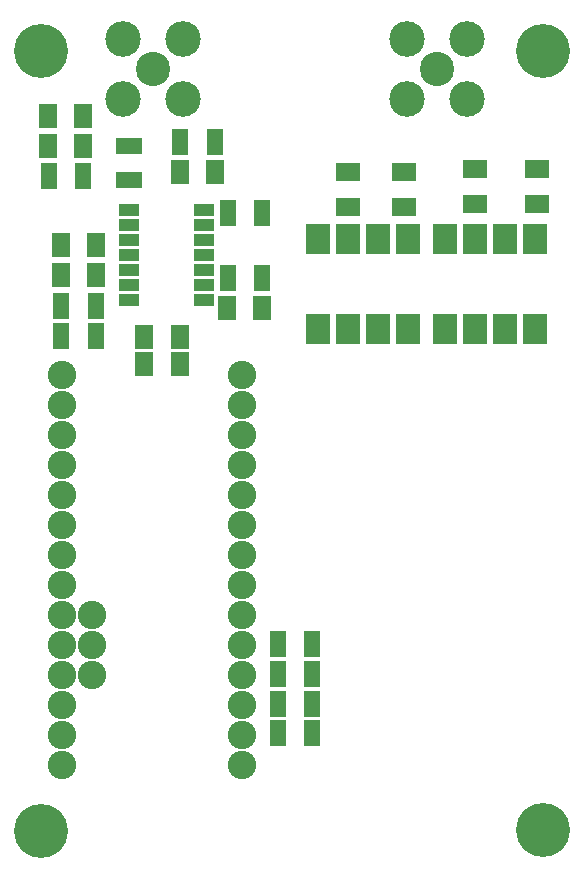
<source format=gts>
G04 #@! TF.FileFunction,Soldermask,Top*
%FSLAX46Y46*%
G04 Gerber Fmt 4.6, Leading zero omitted, Abs format (unit mm)*
G04 Created by KiCad (PCBNEW 4.0.1-stable) date 7/14/2016 5:01:39 PM*
%MOMM*%
G01*
G04 APERTURE LIST*
%ADD10C,0.150000*%
%ADD11C,2.908000*%
%ADD12C,3.008000*%
%ADD13C,4.572000*%
%ADD14R,1.508000X2.108000*%
%ADD15R,1.408000X2.208000*%
%ADD16R,1.651000X1.016000*%
%ADD17R,2.208000X1.408000*%
%ADD18C,2.408000*%
%ADD19R,2.108000X1.508000*%
%ADD20R,2.032000X2.540000*%
G04 APERTURE END LIST*
D10*
D11*
X26000000Y-18000000D03*
D12*
X23460000Y-15460000D03*
X28540000Y-15460000D03*
X28540000Y-20540000D03*
X23460000Y-20540000D03*
D13*
X16510000Y-82550000D03*
X59000000Y-82500000D03*
D14*
X17105500Y-21971000D03*
X20105500Y-21971000D03*
D15*
X18235000Y-40640000D03*
X21135000Y-40640000D03*
X21135000Y-38100000D03*
X18235000Y-38100000D03*
X20055500Y-27051000D03*
X17155500Y-27051000D03*
D14*
X21185000Y-35433000D03*
X18185000Y-35433000D03*
X20105500Y-24511000D03*
X17105500Y-24511000D03*
X32250000Y-38250000D03*
X35250000Y-38250000D03*
X25250000Y-40750000D03*
X28250000Y-40750000D03*
X31250000Y-26750000D03*
X28250000Y-26750000D03*
X25250000Y-43000000D03*
X28250000Y-43000000D03*
D16*
X23939500Y-29972000D03*
X23939500Y-31242000D03*
X23939500Y-32512000D03*
X23939500Y-33782000D03*
X23939500Y-35052000D03*
X23939500Y-36322000D03*
X23939500Y-37592000D03*
X30289500Y-37592000D03*
X30289500Y-36322000D03*
X30289500Y-33782000D03*
X30289500Y-32512000D03*
X30289500Y-31242000D03*
X30289500Y-29972000D03*
X30289500Y-35052000D03*
D15*
X35200000Y-35750000D03*
X32300000Y-35750000D03*
X28300000Y-24250000D03*
X31200000Y-24250000D03*
X32300000Y-30250000D03*
X35200000Y-30250000D03*
D17*
X24000000Y-27450000D03*
X24000000Y-24550000D03*
D13*
X59000000Y-16500000D03*
X16500000Y-16500000D03*
D14*
X21185000Y-32893000D03*
X18185000Y-32893000D03*
D18*
X20828000Y-69342000D03*
X20828000Y-66802000D03*
X20828000Y-64262000D03*
X33528000Y-74422000D03*
X33528000Y-71882000D03*
X33528000Y-69342000D03*
X33528000Y-66802000D03*
X33528000Y-64262000D03*
X33528000Y-61722000D03*
X33528000Y-59182000D03*
X33528000Y-56642000D03*
X33528000Y-54102000D03*
X33528000Y-51562000D03*
X33528000Y-49022000D03*
X33528000Y-46482000D03*
X33528000Y-43942000D03*
X18288000Y-43942000D03*
X18288000Y-46482000D03*
X18288000Y-49022000D03*
X18288000Y-51562000D03*
X18288000Y-54102000D03*
X18288000Y-56642000D03*
X18288000Y-59182000D03*
X18288000Y-61722000D03*
X18288000Y-64262000D03*
X18288000Y-66802000D03*
X18288000Y-69342000D03*
X18288000Y-71882000D03*
X18288000Y-74422000D03*
X18288000Y-76962000D03*
X33528000Y-76962000D03*
D19*
X58500000Y-29500000D03*
X58500000Y-26500000D03*
X53250000Y-29500000D03*
X53250000Y-26500000D03*
X47250000Y-29750000D03*
X47250000Y-26750000D03*
X42500000Y-29750000D03*
X42500000Y-26750000D03*
D11*
X50000000Y-18000000D03*
D12*
X47460000Y-15460000D03*
X52540000Y-15460000D03*
X52540000Y-20540000D03*
X47460000Y-20540000D03*
D15*
X36550000Y-74250000D03*
X39450000Y-74250000D03*
X36550000Y-71750000D03*
X39450000Y-71750000D03*
X36550000Y-69250000D03*
X39450000Y-69250000D03*
X36550000Y-66750000D03*
X39450000Y-66750000D03*
D20*
X50690000Y-40060000D03*
X53230000Y-40060000D03*
X55770000Y-40060000D03*
X58310000Y-40060000D03*
X58310000Y-32440000D03*
X55770000Y-32440000D03*
X53230000Y-32440000D03*
X50690000Y-32440000D03*
X39940000Y-40060000D03*
X42480000Y-40060000D03*
X45020000Y-40060000D03*
X47560000Y-40060000D03*
X47560000Y-32440000D03*
X45020000Y-32440000D03*
X42480000Y-32440000D03*
X39940000Y-32440000D03*
M02*

</source>
